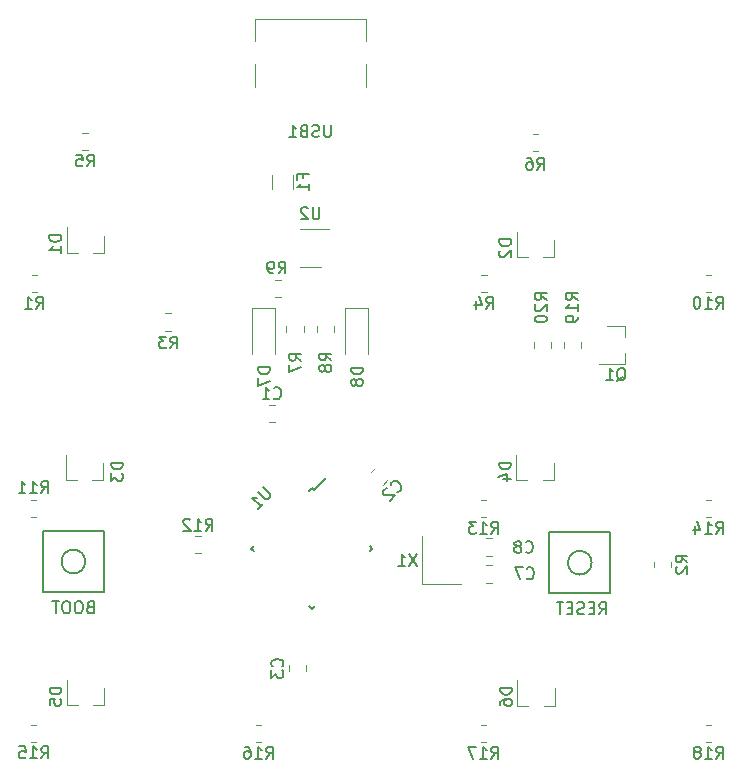
<source format=gbr>
%TF.GenerationSoftware,KiCad,Pcbnew,(5.1.9)-1*%
%TF.CreationDate,2021-01-11T10:58:26+01:00*%
%TF.ProjectId,twelvekey,7477656c-7665-46b6-9579-2e6b69636164,rev?*%
%TF.SameCoordinates,Original*%
%TF.FileFunction,Legend,Bot*%
%TF.FilePolarity,Positive*%
%FSLAX46Y46*%
G04 Gerber Fmt 4.6, Leading zero omitted, Abs format (unit mm)*
G04 Created by KiCad (PCBNEW (5.1.9)-1) date 2021-01-11 10:58:26*
%MOMM*%
%LPD*%
G01*
G04 APERTURE LIST*
%ADD10C,0.120000*%
%ADD11C,0.150000*%
G04 APERTURE END LIST*
D10*
%TO.C,Q1*%
X151991600Y-63240800D02*
X151991600Y-64170800D01*
X151991600Y-66400800D02*
X151991600Y-65470800D01*
X151991600Y-66400800D02*
X149831600Y-66400800D01*
X151991600Y-63240800D02*
X150531600Y-63240800D01*
%TO.C,R20*%
X144299000Y-65047864D02*
X144299000Y-64593736D01*
X145769000Y-65047864D02*
X145769000Y-64593736D01*
%TO.C,R19*%
X146813600Y-65047864D02*
X146813600Y-64593736D01*
X148283600Y-65047864D02*
X148283600Y-64593736D01*
%TO.C,R18*%
X158878536Y-97004200D02*
X159332664Y-97004200D01*
X158878536Y-98474200D02*
X159332664Y-98474200D01*
%TO.C,R17*%
X139828536Y-97004200D02*
X140282664Y-97004200D01*
X139828536Y-98474200D02*
X140282664Y-98474200D01*
%TO.C,R16*%
X120778536Y-97004200D02*
X121232664Y-97004200D01*
X120778536Y-98474200D02*
X121232664Y-98474200D01*
%TO.C,R15*%
X101728536Y-96978800D02*
X102182664Y-96978800D01*
X101728536Y-98448800D02*
X102182664Y-98448800D01*
%TO.C,R14*%
X158853136Y-77954200D02*
X159307264Y-77954200D01*
X158853136Y-79424200D02*
X159307264Y-79424200D01*
%TO.C,R13*%
X139828536Y-77954200D02*
X140282664Y-77954200D01*
X139828536Y-79424200D02*
X140282664Y-79424200D01*
%TO.C,R12*%
X116101864Y-82472200D02*
X115647736Y-82472200D01*
X116101864Y-81002200D02*
X115647736Y-81002200D01*
%TO.C,R11*%
X101703136Y-77954200D02*
X102157264Y-77954200D01*
X101703136Y-79424200D02*
X102157264Y-79424200D01*
%TO.C,R10*%
X158853136Y-58904200D02*
X159307264Y-58904200D01*
X158853136Y-60374200D02*
X159307264Y-60374200D01*
%TO.C,R4*%
X139853936Y-58904200D02*
X140308064Y-58904200D01*
X139853936Y-60374200D02*
X140308064Y-60374200D01*
%TO.C,R3*%
X113561864Y-63625400D02*
X113107736Y-63625400D01*
X113561864Y-62155400D02*
X113107736Y-62155400D01*
%TO.C,R1*%
X101779336Y-58904200D02*
X102233464Y-58904200D01*
X101779336Y-60374200D02*
X102233464Y-60374200D01*
%TO.C,D6*%
X146055200Y-95349600D02*
X146055200Y-93889600D01*
X142895200Y-95349600D02*
X142895200Y-93189600D01*
X142895200Y-95349600D02*
X143825200Y-95349600D01*
X146055200Y-95349600D02*
X145125200Y-95349600D01*
%TO.C,D5*%
X107929800Y-95324200D02*
X107929800Y-93864200D01*
X104769800Y-95324200D02*
X104769800Y-93164200D01*
X104769800Y-95324200D02*
X105699800Y-95324200D01*
X107929800Y-95324200D02*
X106999800Y-95324200D01*
%TO.C,D4*%
X145979000Y-76274200D02*
X145979000Y-74814200D01*
X142819000Y-76274200D02*
X142819000Y-74114200D01*
X142819000Y-76274200D02*
X143749000Y-76274200D01*
X145979000Y-76274200D02*
X145049000Y-76274200D01*
%TO.C,D3*%
X107853600Y-76274200D02*
X107853600Y-74814200D01*
X104693600Y-76274200D02*
X104693600Y-74114200D01*
X104693600Y-76274200D02*
X105623600Y-76274200D01*
X107853600Y-76274200D02*
X106923600Y-76274200D01*
%TO.C,D2*%
X146004400Y-57376600D02*
X146004400Y-55916600D01*
X142844400Y-57376600D02*
X142844400Y-55216600D01*
X142844400Y-57376600D02*
X143774400Y-57376600D01*
X146004400Y-57376600D02*
X145074400Y-57376600D01*
%TO.C,D1*%
X107904400Y-57021000D02*
X107904400Y-55561000D01*
X104744400Y-57021000D02*
X104744400Y-54861000D01*
X104744400Y-57021000D02*
X105674400Y-57021000D01*
X107904400Y-57021000D02*
X106974400Y-57021000D01*
%TO.C,X1*%
X134798800Y-85032600D02*
X134798800Y-81032600D01*
X138098800Y-85032600D02*
X134798800Y-85032600D01*
%TO.C,USB1*%
X120674400Y-37222600D02*
X130074400Y-37222600D01*
X130074400Y-43022600D02*
X130074400Y-41022600D01*
X130074400Y-39122600D02*
X130074400Y-37222600D01*
X120674400Y-43022600D02*
X120674400Y-41022600D01*
X120674400Y-39122600D02*
X120674400Y-37222600D01*
%TO.C,U2*%
X124474400Y-55006600D02*
X126924400Y-55006600D01*
X126274400Y-58226600D02*
X124474400Y-58226600D01*
D11*
%TO.C,U1*%
X125660499Y-77099975D02*
X126668126Y-76092348D01*
X120374876Y-82067400D02*
X120604686Y-81837590D01*
X125501400Y-87193924D02*
X125731210Y-86964114D01*
X130627924Y-82067400D02*
X130398114Y-82297210D01*
X125501400Y-76940876D02*
X125271590Y-77170686D01*
X130627924Y-82067400D02*
X130398114Y-81837590D01*
X125501400Y-87193924D02*
X125271590Y-86964114D01*
X120374876Y-82067400D02*
X120604686Y-82297210D01*
X125501400Y-76940876D02*
X125660499Y-77099975D01*
%TO.C,RESET*%
X145583600Y-85861200D02*
X150783600Y-85861200D01*
X150783600Y-85861200D02*
X150783600Y-80661200D01*
X150783600Y-80661200D02*
X145583600Y-80661200D01*
X145583600Y-80661200D02*
X145583600Y-85861200D01*
X149183600Y-83261200D02*
G75*
G03*
X149183600Y-83261200I-1000000J0D01*
G01*
D10*
%TO.C,R9*%
X122860164Y-60755200D02*
X122406036Y-60755200D01*
X122860164Y-59285200D02*
X122406036Y-59285200D01*
%TO.C,R8*%
X125934800Y-63701664D02*
X125934800Y-63247536D01*
X127404800Y-63701664D02*
X127404800Y-63247536D01*
%TO.C,R7*%
X123344000Y-63701664D02*
X123344000Y-63247536D01*
X124814000Y-63701664D02*
X124814000Y-63247536D01*
%TO.C,R6*%
X144651464Y-48436200D02*
X144197336Y-48436200D01*
X144651464Y-46966200D02*
X144197336Y-46966200D01*
%TO.C,R5*%
X106073836Y-46864600D02*
X106527964Y-46864600D01*
X106073836Y-48334600D02*
X106527964Y-48334600D01*
%TO.C,R2*%
X154459000Y-83615264D02*
X154459000Y-83161136D01*
X155929000Y-83615264D02*
X155929000Y-83161136D01*
%TO.C,F1*%
X122102200Y-51630664D02*
X122102200Y-50426536D01*
X123922200Y-51630664D02*
X123922200Y-50426536D01*
%TO.C,D8*%
X128286000Y-61707200D02*
X128286000Y-65607200D01*
X130286000Y-61707200D02*
X130286000Y-65607200D01*
X128286000Y-61707200D02*
X130286000Y-61707200D01*
%TO.C,D7*%
X120412000Y-61681800D02*
X120412000Y-65581800D01*
X122412000Y-61681800D02*
X122412000Y-65581800D01*
X120412000Y-61681800D02*
X122412000Y-61681800D01*
%TO.C,C8*%
X140251548Y-81180000D02*
X140774052Y-81180000D01*
X140251548Y-82650000D02*
X140774052Y-82650000D01*
%TO.C,C7*%
X140251548Y-83491400D02*
X140774052Y-83491400D01*
X140251548Y-84961400D02*
X140774052Y-84961400D01*
%TO.C,C3*%
X125042600Y-91940748D02*
X125042600Y-92463252D01*
X123572600Y-91940748D02*
X123572600Y-92463252D01*
%TO.C,C2*%
X130475192Y-75596961D02*
X130844659Y-75227494D01*
X131514639Y-76636408D02*
X131884106Y-76266941D01*
%TO.C,C1*%
X122384452Y-71372400D02*
X121861948Y-71372400D01*
X122384452Y-69902400D02*
X121861948Y-69902400D01*
D11*
%TO.C,BOOT*%
X102708400Y-85759600D02*
X107908400Y-85759600D01*
X107908400Y-85759600D02*
X107908400Y-80559600D01*
X107908400Y-80559600D02*
X102708400Y-80559600D01*
X102708400Y-80559600D02*
X102708400Y-85759600D01*
X106308400Y-83159600D02*
G75*
G03*
X106308400Y-83159600I-1000000J0D01*
G01*
%TO.C,Q1*%
X151326838Y-67868419D02*
X151422076Y-67820800D01*
X151517314Y-67725561D01*
X151660171Y-67582704D01*
X151755409Y-67535085D01*
X151850647Y-67535085D01*
X151803028Y-67773180D02*
X151898266Y-67725561D01*
X151993504Y-67630323D01*
X152041123Y-67439847D01*
X152041123Y-67106514D01*
X151993504Y-66916038D01*
X151898266Y-66820800D01*
X151803028Y-66773180D01*
X151612552Y-66773180D01*
X151517314Y-66820800D01*
X151422076Y-66916038D01*
X151374457Y-67106514D01*
X151374457Y-67439847D01*
X151422076Y-67630323D01*
X151517314Y-67725561D01*
X151612552Y-67773180D01*
X151803028Y-67773180D01*
X150422076Y-67773180D02*
X150993504Y-67773180D01*
X150707790Y-67773180D02*
X150707790Y-66773180D01*
X150803028Y-66916038D01*
X150898266Y-67011276D01*
X150993504Y-67058895D01*
%TO.C,R20*%
X145384780Y-61002942D02*
X144908590Y-60669609D01*
X145384780Y-60431514D02*
X144384780Y-60431514D01*
X144384780Y-60812466D01*
X144432400Y-60907704D01*
X144480019Y-60955323D01*
X144575257Y-61002942D01*
X144718114Y-61002942D01*
X144813352Y-60955323D01*
X144860971Y-60907704D01*
X144908590Y-60812466D01*
X144908590Y-60431514D01*
X144480019Y-61383895D02*
X144432400Y-61431514D01*
X144384780Y-61526752D01*
X144384780Y-61764847D01*
X144432400Y-61860085D01*
X144480019Y-61907704D01*
X144575257Y-61955323D01*
X144670495Y-61955323D01*
X144813352Y-61907704D01*
X145384780Y-61336276D01*
X145384780Y-61955323D01*
X144384780Y-62574371D02*
X144384780Y-62669609D01*
X144432400Y-62764847D01*
X144480019Y-62812466D01*
X144575257Y-62860085D01*
X144765733Y-62907704D01*
X145003828Y-62907704D01*
X145194304Y-62860085D01*
X145289542Y-62812466D01*
X145337161Y-62764847D01*
X145384780Y-62669609D01*
X145384780Y-62574371D01*
X145337161Y-62479133D01*
X145289542Y-62431514D01*
X145194304Y-62383895D01*
X145003828Y-62336276D01*
X144765733Y-62336276D01*
X144575257Y-62383895D01*
X144480019Y-62431514D01*
X144432400Y-62479133D01*
X144384780Y-62574371D01*
%TO.C,R19*%
X148000980Y-61002942D02*
X147524790Y-60669609D01*
X148000980Y-60431514D02*
X147000980Y-60431514D01*
X147000980Y-60812466D01*
X147048600Y-60907704D01*
X147096219Y-60955323D01*
X147191457Y-61002942D01*
X147334314Y-61002942D01*
X147429552Y-60955323D01*
X147477171Y-60907704D01*
X147524790Y-60812466D01*
X147524790Y-60431514D01*
X148000980Y-61955323D02*
X148000980Y-61383895D01*
X148000980Y-61669609D02*
X147000980Y-61669609D01*
X147143838Y-61574371D01*
X147239076Y-61479133D01*
X147286695Y-61383895D01*
X148000980Y-62431514D02*
X148000980Y-62621990D01*
X147953361Y-62717228D01*
X147905742Y-62764847D01*
X147762885Y-62860085D01*
X147572409Y-62907704D01*
X147191457Y-62907704D01*
X147096219Y-62860085D01*
X147048600Y-62812466D01*
X147000980Y-62717228D01*
X147000980Y-62526752D01*
X147048600Y-62431514D01*
X147096219Y-62383895D01*
X147191457Y-62336276D01*
X147429552Y-62336276D01*
X147524790Y-62383895D01*
X147572409Y-62431514D01*
X147620028Y-62526752D01*
X147620028Y-62717228D01*
X147572409Y-62812466D01*
X147524790Y-62860085D01*
X147429552Y-62907704D01*
%TO.C,R18*%
X159748457Y-99841580D02*
X160081790Y-99365390D01*
X160319885Y-99841580D02*
X160319885Y-98841580D01*
X159938933Y-98841580D01*
X159843695Y-98889200D01*
X159796076Y-98936819D01*
X159748457Y-99032057D01*
X159748457Y-99174914D01*
X159796076Y-99270152D01*
X159843695Y-99317771D01*
X159938933Y-99365390D01*
X160319885Y-99365390D01*
X158796076Y-99841580D02*
X159367504Y-99841580D01*
X159081790Y-99841580D02*
X159081790Y-98841580D01*
X159177028Y-98984438D01*
X159272266Y-99079676D01*
X159367504Y-99127295D01*
X158224647Y-99270152D02*
X158319885Y-99222533D01*
X158367504Y-99174914D01*
X158415123Y-99079676D01*
X158415123Y-99032057D01*
X158367504Y-98936819D01*
X158319885Y-98889200D01*
X158224647Y-98841580D01*
X158034171Y-98841580D01*
X157938933Y-98889200D01*
X157891314Y-98936819D01*
X157843695Y-99032057D01*
X157843695Y-99079676D01*
X157891314Y-99174914D01*
X157938933Y-99222533D01*
X158034171Y-99270152D01*
X158224647Y-99270152D01*
X158319885Y-99317771D01*
X158367504Y-99365390D01*
X158415123Y-99460628D01*
X158415123Y-99651104D01*
X158367504Y-99746342D01*
X158319885Y-99793961D01*
X158224647Y-99841580D01*
X158034171Y-99841580D01*
X157938933Y-99793961D01*
X157891314Y-99746342D01*
X157843695Y-99651104D01*
X157843695Y-99460628D01*
X157891314Y-99365390D01*
X157938933Y-99317771D01*
X158034171Y-99270152D01*
%TO.C,R17*%
X140698457Y-99841580D02*
X141031790Y-99365390D01*
X141269885Y-99841580D02*
X141269885Y-98841580D01*
X140888933Y-98841580D01*
X140793695Y-98889200D01*
X140746076Y-98936819D01*
X140698457Y-99032057D01*
X140698457Y-99174914D01*
X140746076Y-99270152D01*
X140793695Y-99317771D01*
X140888933Y-99365390D01*
X141269885Y-99365390D01*
X139746076Y-99841580D02*
X140317504Y-99841580D01*
X140031790Y-99841580D02*
X140031790Y-98841580D01*
X140127028Y-98984438D01*
X140222266Y-99079676D01*
X140317504Y-99127295D01*
X139412742Y-98841580D02*
X138746076Y-98841580D01*
X139174647Y-99841580D01*
%TO.C,R16*%
X121648457Y-99841580D02*
X121981790Y-99365390D01*
X122219885Y-99841580D02*
X122219885Y-98841580D01*
X121838933Y-98841580D01*
X121743695Y-98889200D01*
X121696076Y-98936819D01*
X121648457Y-99032057D01*
X121648457Y-99174914D01*
X121696076Y-99270152D01*
X121743695Y-99317771D01*
X121838933Y-99365390D01*
X122219885Y-99365390D01*
X120696076Y-99841580D02*
X121267504Y-99841580D01*
X120981790Y-99841580D02*
X120981790Y-98841580D01*
X121077028Y-98984438D01*
X121172266Y-99079676D01*
X121267504Y-99127295D01*
X119838933Y-98841580D02*
X120029409Y-98841580D01*
X120124647Y-98889200D01*
X120172266Y-98936819D01*
X120267504Y-99079676D01*
X120315123Y-99270152D01*
X120315123Y-99651104D01*
X120267504Y-99746342D01*
X120219885Y-99793961D01*
X120124647Y-99841580D01*
X119934171Y-99841580D01*
X119838933Y-99793961D01*
X119791314Y-99746342D01*
X119743695Y-99651104D01*
X119743695Y-99413009D01*
X119791314Y-99317771D01*
X119838933Y-99270152D01*
X119934171Y-99222533D01*
X120124647Y-99222533D01*
X120219885Y-99270152D01*
X120267504Y-99317771D01*
X120315123Y-99413009D01*
%TO.C,R15*%
X102598457Y-99816180D02*
X102931790Y-99339990D01*
X103169885Y-99816180D02*
X103169885Y-98816180D01*
X102788933Y-98816180D01*
X102693695Y-98863800D01*
X102646076Y-98911419D01*
X102598457Y-99006657D01*
X102598457Y-99149514D01*
X102646076Y-99244752D01*
X102693695Y-99292371D01*
X102788933Y-99339990D01*
X103169885Y-99339990D01*
X101646076Y-99816180D02*
X102217504Y-99816180D01*
X101931790Y-99816180D02*
X101931790Y-98816180D01*
X102027028Y-98959038D01*
X102122266Y-99054276D01*
X102217504Y-99101895D01*
X100741314Y-98816180D02*
X101217504Y-98816180D01*
X101265123Y-99292371D01*
X101217504Y-99244752D01*
X101122266Y-99197133D01*
X100884171Y-99197133D01*
X100788933Y-99244752D01*
X100741314Y-99292371D01*
X100693695Y-99387609D01*
X100693695Y-99625704D01*
X100741314Y-99720942D01*
X100788933Y-99768561D01*
X100884171Y-99816180D01*
X101122266Y-99816180D01*
X101217504Y-99768561D01*
X101265123Y-99720942D01*
%TO.C,R14*%
X159723057Y-80791580D02*
X160056390Y-80315390D01*
X160294485Y-80791580D02*
X160294485Y-79791580D01*
X159913533Y-79791580D01*
X159818295Y-79839200D01*
X159770676Y-79886819D01*
X159723057Y-79982057D01*
X159723057Y-80124914D01*
X159770676Y-80220152D01*
X159818295Y-80267771D01*
X159913533Y-80315390D01*
X160294485Y-80315390D01*
X158770676Y-80791580D02*
X159342104Y-80791580D01*
X159056390Y-80791580D02*
X159056390Y-79791580D01*
X159151628Y-79934438D01*
X159246866Y-80029676D01*
X159342104Y-80077295D01*
X157913533Y-80124914D02*
X157913533Y-80791580D01*
X158151628Y-79743961D02*
X158389723Y-80458247D01*
X157770676Y-80458247D01*
%TO.C,R13*%
X140698457Y-80791580D02*
X141031790Y-80315390D01*
X141269885Y-80791580D02*
X141269885Y-79791580D01*
X140888933Y-79791580D01*
X140793695Y-79839200D01*
X140746076Y-79886819D01*
X140698457Y-79982057D01*
X140698457Y-80124914D01*
X140746076Y-80220152D01*
X140793695Y-80267771D01*
X140888933Y-80315390D01*
X141269885Y-80315390D01*
X139746076Y-80791580D02*
X140317504Y-80791580D01*
X140031790Y-80791580D02*
X140031790Y-79791580D01*
X140127028Y-79934438D01*
X140222266Y-80029676D01*
X140317504Y-80077295D01*
X139412742Y-79791580D02*
X138793695Y-79791580D01*
X139127028Y-80172533D01*
X138984171Y-80172533D01*
X138888933Y-80220152D01*
X138841314Y-80267771D01*
X138793695Y-80363009D01*
X138793695Y-80601104D01*
X138841314Y-80696342D01*
X138888933Y-80743961D01*
X138984171Y-80791580D01*
X139269885Y-80791580D01*
X139365123Y-80743961D01*
X139412742Y-80696342D01*
%TO.C,R12*%
X116517657Y-80539580D02*
X116850990Y-80063390D01*
X117089085Y-80539580D02*
X117089085Y-79539580D01*
X116708133Y-79539580D01*
X116612895Y-79587200D01*
X116565276Y-79634819D01*
X116517657Y-79730057D01*
X116517657Y-79872914D01*
X116565276Y-79968152D01*
X116612895Y-80015771D01*
X116708133Y-80063390D01*
X117089085Y-80063390D01*
X115565276Y-80539580D02*
X116136704Y-80539580D01*
X115850990Y-80539580D02*
X115850990Y-79539580D01*
X115946228Y-79682438D01*
X116041466Y-79777676D01*
X116136704Y-79825295D01*
X115184323Y-79634819D02*
X115136704Y-79587200D01*
X115041466Y-79539580D01*
X114803371Y-79539580D01*
X114708133Y-79587200D01*
X114660514Y-79634819D01*
X114612895Y-79730057D01*
X114612895Y-79825295D01*
X114660514Y-79968152D01*
X115231942Y-80539580D01*
X114612895Y-80539580D01*
%TO.C,R11*%
X102573057Y-77363580D02*
X102906390Y-76887390D01*
X103144485Y-77363580D02*
X103144485Y-76363580D01*
X102763533Y-76363580D01*
X102668295Y-76411200D01*
X102620676Y-76458819D01*
X102573057Y-76554057D01*
X102573057Y-76696914D01*
X102620676Y-76792152D01*
X102668295Y-76839771D01*
X102763533Y-76887390D01*
X103144485Y-76887390D01*
X101620676Y-77363580D02*
X102192104Y-77363580D01*
X101906390Y-77363580D02*
X101906390Y-76363580D01*
X102001628Y-76506438D01*
X102096866Y-76601676D01*
X102192104Y-76649295D01*
X100668295Y-77363580D02*
X101239723Y-77363580D01*
X100954009Y-77363580D02*
X100954009Y-76363580D01*
X101049247Y-76506438D01*
X101144485Y-76601676D01*
X101239723Y-76649295D01*
%TO.C,R10*%
X159723057Y-61741580D02*
X160056390Y-61265390D01*
X160294485Y-61741580D02*
X160294485Y-60741580D01*
X159913533Y-60741580D01*
X159818295Y-60789200D01*
X159770676Y-60836819D01*
X159723057Y-60932057D01*
X159723057Y-61074914D01*
X159770676Y-61170152D01*
X159818295Y-61217771D01*
X159913533Y-61265390D01*
X160294485Y-61265390D01*
X158770676Y-61741580D02*
X159342104Y-61741580D01*
X159056390Y-61741580D02*
X159056390Y-60741580D01*
X159151628Y-60884438D01*
X159246866Y-60979676D01*
X159342104Y-61027295D01*
X158151628Y-60741580D02*
X158056390Y-60741580D01*
X157961152Y-60789200D01*
X157913533Y-60836819D01*
X157865914Y-60932057D01*
X157818295Y-61122533D01*
X157818295Y-61360628D01*
X157865914Y-61551104D01*
X157913533Y-61646342D01*
X157961152Y-61693961D01*
X158056390Y-61741580D01*
X158151628Y-61741580D01*
X158246866Y-61693961D01*
X158294485Y-61646342D01*
X158342104Y-61551104D01*
X158389723Y-61360628D01*
X158389723Y-61122533D01*
X158342104Y-60932057D01*
X158294485Y-60836819D01*
X158246866Y-60789200D01*
X158151628Y-60741580D01*
%TO.C,R4*%
X140247666Y-61741580D02*
X140581000Y-61265390D01*
X140819095Y-61741580D02*
X140819095Y-60741580D01*
X140438142Y-60741580D01*
X140342904Y-60789200D01*
X140295285Y-60836819D01*
X140247666Y-60932057D01*
X140247666Y-61074914D01*
X140295285Y-61170152D01*
X140342904Y-61217771D01*
X140438142Y-61265390D01*
X140819095Y-61265390D01*
X139390523Y-61074914D02*
X139390523Y-61741580D01*
X139628619Y-60693961D02*
X139866714Y-61408247D01*
X139247666Y-61408247D01*
%TO.C,R3*%
X113526866Y-65120780D02*
X113860200Y-64644590D01*
X114098295Y-65120780D02*
X114098295Y-64120780D01*
X113717342Y-64120780D01*
X113622104Y-64168400D01*
X113574485Y-64216019D01*
X113526866Y-64311257D01*
X113526866Y-64454114D01*
X113574485Y-64549352D01*
X113622104Y-64596971D01*
X113717342Y-64644590D01*
X114098295Y-64644590D01*
X113193533Y-64120780D02*
X112574485Y-64120780D01*
X112907819Y-64501733D01*
X112764961Y-64501733D01*
X112669723Y-64549352D01*
X112622104Y-64596971D01*
X112574485Y-64692209D01*
X112574485Y-64930304D01*
X112622104Y-65025542D01*
X112669723Y-65073161D01*
X112764961Y-65120780D01*
X113050676Y-65120780D01*
X113145914Y-65073161D01*
X113193533Y-65025542D01*
%TO.C,R1*%
X102173066Y-61741580D02*
X102506400Y-61265390D01*
X102744495Y-61741580D02*
X102744495Y-60741580D01*
X102363542Y-60741580D01*
X102268304Y-60789200D01*
X102220685Y-60836819D01*
X102173066Y-60932057D01*
X102173066Y-61074914D01*
X102220685Y-61170152D01*
X102268304Y-61217771D01*
X102363542Y-61265390D01*
X102744495Y-61265390D01*
X101220685Y-61741580D02*
X101792114Y-61741580D01*
X101506400Y-61741580D02*
X101506400Y-60741580D01*
X101601638Y-60884438D01*
X101696876Y-60979676D01*
X101792114Y-61027295D01*
%TO.C,D6*%
X142427580Y-93851504D02*
X141427580Y-93851504D01*
X141427580Y-94089600D01*
X141475200Y-94232457D01*
X141570438Y-94327695D01*
X141665676Y-94375314D01*
X141856152Y-94422933D01*
X141999009Y-94422933D01*
X142189485Y-94375314D01*
X142284723Y-94327695D01*
X142379961Y-94232457D01*
X142427580Y-94089600D01*
X142427580Y-93851504D01*
X141427580Y-95280076D02*
X141427580Y-95089600D01*
X141475200Y-94994361D01*
X141522819Y-94946742D01*
X141665676Y-94851504D01*
X141856152Y-94803885D01*
X142237104Y-94803885D01*
X142332342Y-94851504D01*
X142379961Y-94899123D01*
X142427580Y-94994361D01*
X142427580Y-95184838D01*
X142379961Y-95280076D01*
X142332342Y-95327695D01*
X142237104Y-95375314D01*
X141999009Y-95375314D01*
X141903771Y-95327695D01*
X141856152Y-95280076D01*
X141808533Y-95184838D01*
X141808533Y-94994361D01*
X141856152Y-94899123D01*
X141903771Y-94851504D01*
X141999009Y-94803885D01*
%TO.C,D5*%
X104302180Y-93826104D02*
X103302180Y-93826104D01*
X103302180Y-94064200D01*
X103349800Y-94207057D01*
X103445038Y-94302295D01*
X103540276Y-94349914D01*
X103730752Y-94397533D01*
X103873609Y-94397533D01*
X104064085Y-94349914D01*
X104159323Y-94302295D01*
X104254561Y-94207057D01*
X104302180Y-94064200D01*
X104302180Y-93826104D01*
X103302180Y-95302295D02*
X103302180Y-94826104D01*
X103778371Y-94778485D01*
X103730752Y-94826104D01*
X103683133Y-94921342D01*
X103683133Y-95159438D01*
X103730752Y-95254676D01*
X103778371Y-95302295D01*
X103873609Y-95349914D01*
X104111704Y-95349914D01*
X104206942Y-95302295D01*
X104254561Y-95254676D01*
X104302180Y-95159438D01*
X104302180Y-94921342D01*
X104254561Y-94826104D01*
X104206942Y-94778485D01*
%TO.C,D4*%
X142351380Y-74776104D02*
X141351380Y-74776104D01*
X141351380Y-75014200D01*
X141399000Y-75157057D01*
X141494238Y-75252295D01*
X141589476Y-75299914D01*
X141779952Y-75347533D01*
X141922809Y-75347533D01*
X142113285Y-75299914D01*
X142208523Y-75252295D01*
X142303761Y-75157057D01*
X142351380Y-75014200D01*
X142351380Y-74776104D01*
X141684714Y-76204676D02*
X142351380Y-76204676D01*
X141303761Y-75966580D02*
X142018047Y-75728485D01*
X142018047Y-76347533D01*
%TO.C,D3*%
X109494580Y-74776104D02*
X108494580Y-74776104D01*
X108494580Y-75014200D01*
X108542200Y-75157057D01*
X108637438Y-75252295D01*
X108732676Y-75299914D01*
X108923152Y-75347533D01*
X109066009Y-75347533D01*
X109256485Y-75299914D01*
X109351723Y-75252295D01*
X109446961Y-75157057D01*
X109494580Y-75014200D01*
X109494580Y-74776104D01*
X108494580Y-75680866D02*
X108494580Y-76299914D01*
X108875533Y-75966580D01*
X108875533Y-76109438D01*
X108923152Y-76204676D01*
X108970771Y-76252295D01*
X109066009Y-76299914D01*
X109304104Y-76299914D01*
X109399342Y-76252295D01*
X109446961Y-76204676D01*
X109494580Y-76109438D01*
X109494580Y-75823723D01*
X109446961Y-75728485D01*
X109399342Y-75680866D01*
%TO.C,D2*%
X142376780Y-55878504D02*
X141376780Y-55878504D01*
X141376780Y-56116600D01*
X141424400Y-56259457D01*
X141519638Y-56354695D01*
X141614876Y-56402314D01*
X141805352Y-56449933D01*
X141948209Y-56449933D01*
X142138685Y-56402314D01*
X142233923Y-56354695D01*
X142329161Y-56259457D01*
X142376780Y-56116600D01*
X142376780Y-55878504D01*
X141472019Y-56830885D02*
X141424400Y-56878504D01*
X141376780Y-56973742D01*
X141376780Y-57211838D01*
X141424400Y-57307076D01*
X141472019Y-57354695D01*
X141567257Y-57402314D01*
X141662495Y-57402314D01*
X141805352Y-57354695D01*
X142376780Y-56783266D01*
X142376780Y-57402314D01*
%TO.C,D1*%
X104276780Y-55522904D02*
X103276780Y-55522904D01*
X103276780Y-55761000D01*
X103324400Y-55903857D01*
X103419638Y-55999095D01*
X103514876Y-56046714D01*
X103705352Y-56094333D01*
X103848209Y-56094333D01*
X104038685Y-56046714D01*
X104133923Y-55999095D01*
X104229161Y-55903857D01*
X104276780Y-55761000D01*
X104276780Y-55522904D01*
X104276780Y-57046714D02*
X104276780Y-56475285D01*
X104276780Y-56761000D02*
X103276780Y-56761000D01*
X103419638Y-56665761D01*
X103514876Y-56570523D01*
X103562495Y-56475285D01*
%TO.C,X1*%
X134388123Y-82510380D02*
X133721457Y-83510380D01*
X133721457Y-82510380D02*
X134388123Y-83510380D01*
X132816695Y-83510380D02*
X133388123Y-83510380D01*
X133102409Y-83510380D02*
X133102409Y-82510380D01*
X133197647Y-82653238D01*
X133292885Y-82748476D01*
X133388123Y-82796095D01*
%TO.C,USB1*%
X127112495Y-46219980D02*
X127112495Y-47029504D01*
X127064876Y-47124742D01*
X127017257Y-47172361D01*
X126922019Y-47219980D01*
X126731542Y-47219980D01*
X126636304Y-47172361D01*
X126588685Y-47124742D01*
X126541066Y-47029504D01*
X126541066Y-46219980D01*
X126112495Y-47172361D02*
X125969638Y-47219980D01*
X125731542Y-47219980D01*
X125636304Y-47172361D01*
X125588685Y-47124742D01*
X125541066Y-47029504D01*
X125541066Y-46934266D01*
X125588685Y-46839028D01*
X125636304Y-46791409D01*
X125731542Y-46743790D01*
X125922019Y-46696171D01*
X126017257Y-46648552D01*
X126064876Y-46600933D01*
X126112495Y-46505695D01*
X126112495Y-46410457D01*
X126064876Y-46315219D01*
X126017257Y-46267600D01*
X125922019Y-46219980D01*
X125683923Y-46219980D01*
X125541066Y-46267600D01*
X124779161Y-46696171D02*
X124636304Y-46743790D01*
X124588685Y-46791409D01*
X124541066Y-46886647D01*
X124541066Y-47029504D01*
X124588685Y-47124742D01*
X124636304Y-47172361D01*
X124731542Y-47219980D01*
X125112495Y-47219980D01*
X125112495Y-46219980D01*
X124779161Y-46219980D01*
X124683923Y-46267600D01*
X124636304Y-46315219D01*
X124588685Y-46410457D01*
X124588685Y-46505695D01*
X124636304Y-46600933D01*
X124683923Y-46648552D01*
X124779161Y-46696171D01*
X125112495Y-46696171D01*
X123588685Y-47219980D02*
X124160114Y-47219980D01*
X123874400Y-47219980D02*
X123874400Y-46219980D01*
X123969638Y-46362838D01*
X124064876Y-46458076D01*
X124160114Y-46505695D01*
%TO.C,U2*%
X126136304Y-53168980D02*
X126136304Y-53978504D01*
X126088685Y-54073742D01*
X126041066Y-54121361D01*
X125945828Y-54168980D01*
X125755352Y-54168980D01*
X125660114Y-54121361D01*
X125612495Y-54073742D01*
X125564876Y-53978504D01*
X125564876Y-53168980D01*
X125136304Y-53264219D02*
X125088685Y-53216600D01*
X124993447Y-53168980D01*
X124755352Y-53168980D01*
X124660114Y-53216600D01*
X124612495Y-53264219D01*
X124564876Y-53359457D01*
X124564876Y-53454695D01*
X124612495Y-53597552D01*
X125183923Y-54168980D01*
X124564876Y-54168980D01*
%TO.C,U1*%
X121374926Y-76863430D02*
X121947346Y-77435850D01*
X121981018Y-77536865D01*
X121981018Y-77604209D01*
X121947346Y-77705224D01*
X121812659Y-77839911D01*
X121711644Y-77873583D01*
X121644300Y-77873583D01*
X121543285Y-77839911D01*
X120970865Y-77267491D01*
X120970865Y-78681705D02*
X121374926Y-78277644D01*
X121172896Y-78479674D02*
X120465789Y-77772568D01*
X120634148Y-77806239D01*
X120768835Y-77806239D01*
X120869850Y-77772568D01*
%TO.C,RESET*%
X149839180Y-87625180D02*
X150172514Y-87148990D01*
X150410609Y-87625180D02*
X150410609Y-86625180D01*
X150029657Y-86625180D01*
X149934419Y-86672800D01*
X149886800Y-86720419D01*
X149839180Y-86815657D01*
X149839180Y-86958514D01*
X149886800Y-87053752D01*
X149934419Y-87101371D01*
X150029657Y-87148990D01*
X150410609Y-87148990D01*
X149410609Y-87101371D02*
X149077276Y-87101371D01*
X148934419Y-87625180D02*
X149410609Y-87625180D01*
X149410609Y-86625180D01*
X148934419Y-86625180D01*
X148553466Y-87577561D02*
X148410609Y-87625180D01*
X148172514Y-87625180D01*
X148077276Y-87577561D01*
X148029657Y-87529942D01*
X147982038Y-87434704D01*
X147982038Y-87339466D01*
X148029657Y-87244228D01*
X148077276Y-87196609D01*
X148172514Y-87148990D01*
X148362990Y-87101371D01*
X148458228Y-87053752D01*
X148505847Y-87006133D01*
X148553466Y-86910895D01*
X148553466Y-86815657D01*
X148505847Y-86720419D01*
X148458228Y-86672800D01*
X148362990Y-86625180D01*
X148124895Y-86625180D01*
X147982038Y-86672800D01*
X147553466Y-87101371D02*
X147220133Y-87101371D01*
X147077276Y-87625180D02*
X147553466Y-87625180D01*
X147553466Y-86625180D01*
X147077276Y-86625180D01*
X146791561Y-86625180D02*
X146220133Y-86625180D01*
X146505847Y-87625180D02*
X146505847Y-86625180D01*
%TO.C,R9*%
X122698166Y-58770780D02*
X123031500Y-58294590D01*
X123269595Y-58770780D02*
X123269595Y-57770780D01*
X122888642Y-57770780D01*
X122793404Y-57818400D01*
X122745785Y-57866019D01*
X122698166Y-57961257D01*
X122698166Y-58104114D01*
X122745785Y-58199352D01*
X122793404Y-58246971D01*
X122888642Y-58294590D01*
X123269595Y-58294590D01*
X122221976Y-58770780D02*
X122031500Y-58770780D01*
X121936261Y-58723161D01*
X121888642Y-58675542D01*
X121793404Y-58532685D01*
X121745785Y-58342209D01*
X121745785Y-57961257D01*
X121793404Y-57866019D01*
X121841023Y-57818400D01*
X121936261Y-57770780D01*
X122126738Y-57770780D01*
X122221976Y-57818400D01*
X122269595Y-57866019D01*
X122317214Y-57961257D01*
X122317214Y-58199352D01*
X122269595Y-58294590D01*
X122221976Y-58342209D01*
X122126738Y-58389828D01*
X121936261Y-58389828D01*
X121841023Y-58342209D01*
X121793404Y-58294590D01*
X121745785Y-58199352D01*
%TO.C,R8*%
X127147580Y-66127333D02*
X126671390Y-65794000D01*
X127147580Y-65555904D02*
X126147580Y-65555904D01*
X126147580Y-65936857D01*
X126195200Y-66032095D01*
X126242819Y-66079714D01*
X126338057Y-66127333D01*
X126480914Y-66127333D01*
X126576152Y-66079714D01*
X126623771Y-66032095D01*
X126671390Y-65936857D01*
X126671390Y-65555904D01*
X126576152Y-66698761D02*
X126528533Y-66603523D01*
X126480914Y-66555904D01*
X126385676Y-66508285D01*
X126338057Y-66508285D01*
X126242819Y-66555904D01*
X126195200Y-66603523D01*
X126147580Y-66698761D01*
X126147580Y-66889238D01*
X126195200Y-66984476D01*
X126242819Y-67032095D01*
X126338057Y-67079714D01*
X126385676Y-67079714D01*
X126480914Y-67032095D01*
X126528533Y-66984476D01*
X126576152Y-66889238D01*
X126576152Y-66698761D01*
X126623771Y-66603523D01*
X126671390Y-66555904D01*
X126766628Y-66508285D01*
X126957104Y-66508285D01*
X127052342Y-66555904D01*
X127099961Y-66603523D01*
X127147580Y-66698761D01*
X127147580Y-66889238D01*
X127099961Y-66984476D01*
X127052342Y-67032095D01*
X126957104Y-67079714D01*
X126766628Y-67079714D01*
X126671390Y-67032095D01*
X126623771Y-66984476D01*
X126576152Y-66889238D01*
%TO.C,R7*%
X124607580Y-66152733D02*
X124131390Y-65819400D01*
X124607580Y-65581304D02*
X123607580Y-65581304D01*
X123607580Y-65962257D01*
X123655200Y-66057495D01*
X123702819Y-66105114D01*
X123798057Y-66152733D01*
X123940914Y-66152733D01*
X124036152Y-66105114D01*
X124083771Y-66057495D01*
X124131390Y-65962257D01*
X124131390Y-65581304D01*
X123607580Y-66486066D02*
X123607580Y-67152733D01*
X124607580Y-66724161D01*
%TO.C,R6*%
X144591066Y-49982380D02*
X144924400Y-49506190D01*
X145162495Y-49982380D02*
X145162495Y-48982380D01*
X144781542Y-48982380D01*
X144686304Y-49030000D01*
X144638685Y-49077619D01*
X144591066Y-49172857D01*
X144591066Y-49315714D01*
X144638685Y-49410952D01*
X144686304Y-49458571D01*
X144781542Y-49506190D01*
X145162495Y-49506190D01*
X143733923Y-48982380D02*
X143924400Y-48982380D01*
X144019638Y-49030000D01*
X144067257Y-49077619D01*
X144162495Y-49220476D01*
X144210114Y-49410952D01*
X144210114Y-49791904D01*
X144162495Y-49887142D01*
X144114876Y-49934761D01*
X144019638Y-49982380D01*
X143829161Y-49982380D01*
X143733923Y-49934761D01*
X143686304Y-49887142D01*
X143638685Y-49791904D01*
X143638685Y-49553809D01*
X143686304Y-49458571D01*
X143733923Y-49410952D01*
X143829161Y-49363333D01*
X144019638Y-49363333D01*
X144114876Y-49410952D01*
X144162495Y-49458571D01*
X144210114Y-49553809D01*
%TO.C,R5*%
X106467566Y-49701980D02*
X106800900Y-49225790D01*
X107038995Y-49701980D02*
X107038995Y-48701980D01*
X106658042Y-48701980D01*
X106562804Y-48749600D01*
X106515185Y-48797219D01*
X106467566Y-48892457D01*
X106467566Y-49035314D01*
X106515185Y-49130552D01*
X106562804Y-49178171D01*
X106658042Y-49225790D01*
X107038995Y-49225790D01*
X105562804Y-48701980D02*
X106038995Y-48701980D01*
X106086614Y-49178171D01*
X106038995Y-49130552D01*
X105943757Y-49082933D01*
X105705661Y-49082933D01*
X105610423Y-49130552D01*
X105562804Y-49178171D01*
X105515185Y-49273409D01*
X105515185Y-49511504D01*
X105562804Y-49606742D01*
X105610423Y-49654361D01*
X105705661Y-49701980D01*
X105943757Y-49701980D01*
X106038995Y-49654361D01*
X106086614Y-49606742D01*
%TO.C,R2*%
X157296380Y-83221533D02*
X156820190Y-82888200D01*
X157296380Y-82650104D02*
X156296380Y-82650104D01*
X156296380Y-83031057D01*
X156344000Y-83126295D01*
X156391619Y-83173914D01*
X156486857Y-83221533D01*
X156629714Y-83221533D01*
X156724952Y-83173914D01*
X156772571Y-83126295D01*
X156820190Y-83031057D01*
X156820190Y-82650104D01*
X156391619Y-83602485D02*
X156344000Y-83650104D01*
X156296380Y-83745342D01*
X156296380Y-83983438D01*
X156344000Y-84078676D01*
X156391619Y-84126295D01*
X156486857Y-84173914D01*
X156582095Y-84173914D01*
X156724952Y-84126295D01*
X157296380Y-83554866D01*
X157296380Y-84173914D01*
%TO.C,F1*%
X124760771Y-50695266D02*
X124760771Y-50361933D01*
X125284580Y-50361933D02*
X124284580Y-50361933D01*
X124284580Y-50838123D01*
X125284580Y-51742885D02*
X125284580Y-51171457D01*
X125284580Y-51457171D02*
X124284580Y-51457171D01*
X124427438Y-51361933D01*
X124522676Y-51266695D01*
X124570295Y-51171457D01*
%TO.C,D8*%
X129814580Y-66749704D02*
X128814580Y-66749704D01*
X128814580Y-66987800D01*
X128862200Y-67130657D01*
X128957438Y-67225895D01*
X129052676Y-67273514D01*
X129243152Y-67321133D01*
X129386009Y-67321133D01*
X129576485Y-67273514D01*
X129671723Y-67225895D01*
X129766961Y-67130657D01*
X129814580Y-66987800D01*
X129814580Y-66749704D01*
X129243152Y-67892561D02*
X129195533Y-67797323D01*
X129147914Y-67749704D01*
X129052676Y-67702085D01*
X129005057Y-67702085D01*
X128909819Y-67749704D01*
X128862200Y-67797323D01*
X128814580Y-67892561D01*
X128814580Y-68083038D01*
X128862200Y-68178276D01*
X128909819Y-68225895D01*
X129005057Y-68273514D01*
X129052676Y-68273514D01*
X129147914Y-68225895D01*
X129195533Y-68178276D01*
X129243152Y-68083038D01*
X129243152Y-67892561D01*
X129290771Y-67797323D01*
X129338390Y-67749704D01*
X129433628Y-67702085D01*
X129624104Y-67702085D01*
X129719342Y-67749704D01*
X129766961Y-67797323D01*
X129814580Y-67892561D01*
X129814580Y-68083038D01*
X129766961Y-68178276D01*
X129719342Y-68225895D01*
X129624104Y-68273514D01*
X129433628Y-68273514D01*
X129338390Y-68225895D01*
X129290771Y-68178276D01*
X129243152Y-68083038D01*
%TO.C,D7*%
X121940580Y-66724304D02*
X120940580Y-66724304D01*
X120940580Y-66962400D01*
X120988200Y-67105257D01*
X121083438Y-67200495D01*
X121178676Y-67248114D01*
X121369152Y-67295733D01*
X121512009Y-67295733D01*
X121702485Y-67248114D01*
X121797723Y-67200495D01*
X121892961Y-67105257D01*
X121940580Y-66962400D01*
X121940580Y-66724304D01*
X120940580Y-67629066D02*
X120940580Y-68295733D01*
X121940580Y-67867161D01*
%TO.C,C8*%
X143600466Y-82322942D02*
X143648085Y-82370561D01*
X143790942Y-82418180D01*
X143886180Y-82418180D01*
X144029038Y-82370561D01*
X144124276Y-82275323D01*
X144171895Y-82180085D01*
X144219514Y-81989609D01*
X144219514Y-81846752D01*
X144171895Y-81656276D01*
X144124276Y-81561038D01*
X144029038Y-81465800D01*
X143886180Y-81418180D01*
X143790942Y-81418180D01*
X143648085Y-81465800D01*
X143600466Y-81513419D01*
X143029038Y-81846752D02*
X143124276Y-81799133D01*
X143171895Y-81751514D01*
X143219514Y-81656276D01*
X143219514Y-81608657D01*
X143171895Y-81513419D01*
X143124276Y-81465800D01*
X143029038Y-81418180D01*
X142838561Y-81418180D01*
X142743323Y-81465800D01*
X142695704Y-81513419D01*
X142648085Y-81608657D01*
X142648085Y-81656276D01*
X142695704Y-81751514D01*
X142743323Y-81799133D01*
X142838561Y-81846752D01*
X143029038Y-81846752D01*
X143124276Y-81894371D01*
X143171895Y-81941990D01*
X143219514Y-82037228D01*
X143219514Y-82227704D01*
X143171895Y-82322942D01*
X143124276Y-82370561D01*
X143029038Y-82418180D01*
X142838561Y-82418180D01*
X142743323Y-82370561D01*
X142695704Y-82322942D01*
X142648085Y-82227704D01*
X142648085Y-82037228D01*
X142695704Y-81941990D01*
X142743323Y-81894371D01*
X142838561Y-81846752D01*
%TO.C,C7*%
X143676666Y-84558142D02*
X143724285Y-84605761D01*
X143867142Y-84653380D01*
X143962380Y-84653380D01*
X144105238Y-84605761D01*
X144200476Y-84510523D01*
X144248095Y-84415285D01*
X144295714Y-84224809D01*
X144295714Y-84081952D01*
X144248095Y-83891476D01*
X144200476Y-83796238D01*
X144105238Y-83701000D01*
X143962380Y-83653380D01*
X143867142Y-83653380D01*
X143724285Y-83701000D01*
X143676666Y-83748619D01*
X143343333Y-83653380D02*
X142676666Y-83653380D01*
X143105238Y-84653380D01*
%TO.C,C3*%
X122984742Y-92035333D02*
X123032361Y-91987714D01*
X123079980Y-91844857D01*
X123079980Y-91749619D01*
X123032361Y-91606761D01*
X122937123Y-91511523D01*
X122841885Y-91463904D01*
X122651409Y-91416285D01*
X122508552Y-91416285D01*
X122318076Y-91463904D01*
X122222838Y-91511523D01*
X122127600Y-91606761D01*
X122079980Y-91749619D01*
X122079980Y-91844857D01*
X122127600Y-91987714D01*
X122175219Y-92035333D01*
X122079980Y-92368666D02*
X122079980Y-92987714D01*
X122460933Y-92654380D01*
X122460933Y-92797238D01*
X122508552Y-92892476D01*
X122556171Y-92940095D01*
X122651409Y-92987714D01*
X122889504Y-92987714D01*
X122984742Y-92940095D01*
X123032361Y-92892476D01*
X123079980Y-92797238D01*
X123079980Y-92511523D01*
X123032361Y-92416285D01*
X122984742Y-92368666D01*
%TO.C,C2*%
X132737977Y-77254577D02*
X132805320Y-77254577D01*
X132940007Y-77187233D01*
X133007351Y-77119890D01*
X133074694Y-76985202D01*
X133074694Y-76850515D01*
X133041023Y-76749500D01*
X132940007Y-76581141D01*
X132838992Y-76480126D01*
X132670633Y-76379111D01*
X132569618Y-76345439D01*
X132434931Y-76345439D01*
X132300244Y-76412783D01*
X132232900Y-76480126D01*
X132165557Y-76614813D01*
X132165557Y-76682157D01*
X131896183Y-76951531D02*
X131828839Y-76951531D01*
X131727824Y-76985202D01*
X131559465Y-77153561D01*
X131525794Y-77254577D01*
X131525794Y-77321920D01*
X131559465Y-77422935D01*
X131626809Y-77490279D01*
X131761496Y-77557622D01*
X132569618Y-77557622D01*
X132131885Y-77995355D01*
%TO.C,C1*%
X122289866Y-69314542D02*
X122337485Y-69362161D01*
X122480342Y-69409780D01*
X122575580Y-69409780D01*
X122718438Y-69362161D01*
X122813676Y-69266923D01*
X122861295Y-69171685D01*
X122908914Y-68981209D01*
X122908914Y-68838352D01*
X122861295Y-68647876D01*
X122813676Y-68552638D01*
X122718438Y-68457400D01*
X122575580Y-68409780D01*
X122480342Y-68409780D01*
X122337485Y-68457400D01*
X122289866Y-68505019D01*
X121337485Y-69409780D02*
X121908914Y-69409780D01*
X121623200Y-69409780D02*
X121623200Y-68409780D01*
X121718438Y-68552638D01*
X121813676Y-68647876D01*
X121908914Y-68695495D01*
%TO.C,BOOT*%
X106716342Y-86999771D02*
X106573485Y-87047390D01*
X106525866Y-87095009D01*
X106478247Y-87190247D01*
X106478247Y-87333104D01*
X106525866Y-87428342D01*
X106573485Y-87475961D01*
X106668723Y-87523580D01*
X107049676Y-87523580D01*
X107049676Y-86523580D01*
X106716342Y-86523580D01*
X106621104Y-86571200D01*
X106573485Y-86618819D01*
X106525866Y-86714057D01*
X106525866Y-86809295D01*
X106573485Y-86904533D01*
X106621104Y-86952152D01*
X106716342Y-86999771D01*
X107049676Y-86999771D01*
X105859200Y-86523580D02*
X105668723Y-86523580D01*
X105573485Y-86571200D01*
X105478247Y-86666438D01*
X105430628Y-86856914D01*
X105430628Y-87190247D01*
X105478247Y-87380723D01*
X105573485Y-87475961D01*
X105668723Y-87523580D01*
X105859200Y-87523580D01*
X105954438Y-87475961D01*
X106049676Y-87380723D01*
X106097295Y-87190247D01*
X106097295Y-86856914D01*
X106049676Y-86666438D01*
X105954438Y-86571200D01*
X105859200Y-86523580D01*
X104811580Y-86523580D02*
X104621104Y-86523580D01*
X104525866Y-86571200D01*
X104430628Y-86666438D01*
X104383009Y-86856914D01*
X104383009Y-87190247D01*
X104430628Y-87380723D01*
X104525866Y-87475961D01*
X104621104Y-87523580D01*
X104811580Y-87523580D01*
X104906819Y-87475961D01*
X105002057Y-87380723D01*
X105049676Y-87190247D01*
X105049676Y-86856914D01*
X105002057Y-86666438D01*
X104906819Y-86571200D01*
X104811580Y-86523580D01*
X104097295Y-86523580D02*
X103525866Y-86523580D01*
X103811580Y-87523580D02*
X103811580Y-86523580D01*
%TD*%
M02*

</source>
